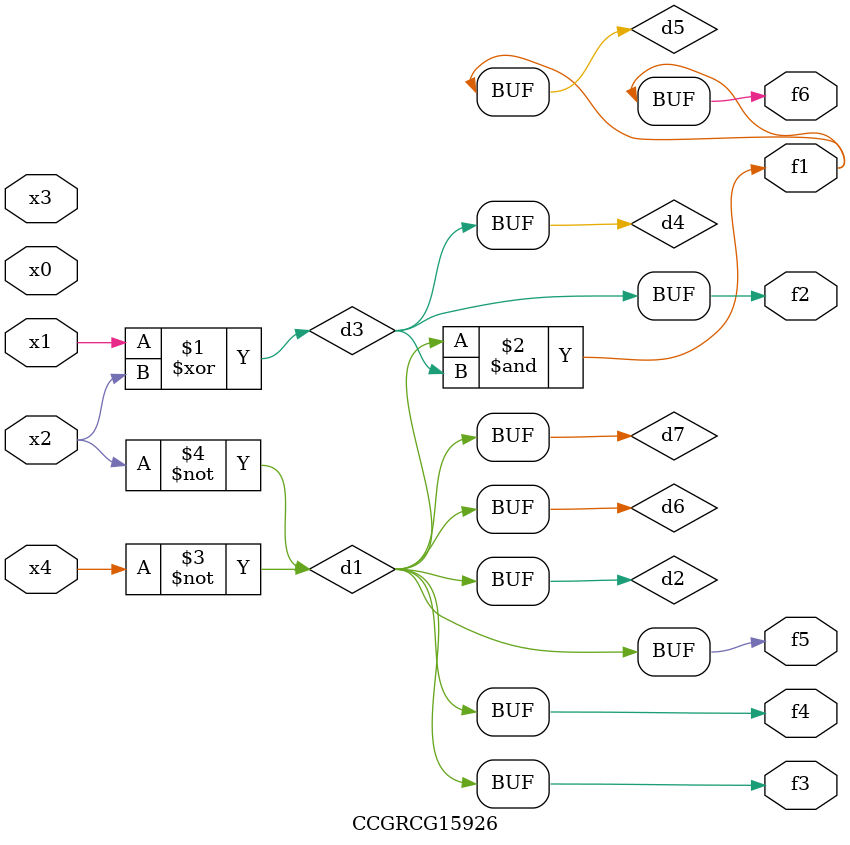
<source format=v>
module CCGRCG15926(
	input x0, x1, x2, x3, x4,
	output f1, f2, f3, f4, f5, f6
);

	wire d1, d2, d3, d4, d5, d6, d7;

	not (d1, x4);
	not (d2, x2);
	xor (d3, x1, x2);
	buf (d4, d3);
	and (d5, d1, d3);
	buf (d6, d1, d2);
	buf (d7, d2);
	assign f1 = d5;
	assign f2 = d4;
	assign f3 = d7;
	assign f4 = d7;
	assign f5 = d7;
	assign f6 = d5;
endmodule

</source>
